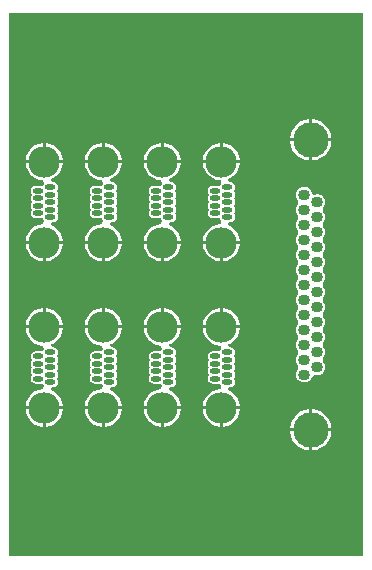
<source format=gtl>
G04*
G04 #@! TF.GenerationSoftware,Altium Limited,Altium Designer,25.8.1 (18)*
G04*
G04 Layer_Physical_Order=1*
G04 Layer_Color=255*
%FSLAX44Y44*%
%MOMM*%
G71*
G04*
G04 #@! TF.SameCoordinates,30BAD860-2875-4C8E-B863-204402DBD87A*
G04*
G04*
G04 #@! TF.FilePolarity,Positive*
G04*
G01*
G75*
%ADD18C,4.0000*%
%ADD19O,0.9000X0.4400*%
%ADD20C,2.6670*%
%ADD21O,1.0000X0.9000*%
%ADD22C,3.0000*%
%ADD23C,0.3000*%
G36*
X300000Y-80000D02*
X0D01*
Y380000D01*
X300000D01*
Y-80000D01*
D02*
G37*
%LPC*%
G36*
X257227Y290290D02*
X256770D01*
Y274020D01*
X273040D01*
Y274478D01*
X272366Y277866D01*
X271044Y281058D01*
X269124Y283931D01*
X266681Y286374D01*
X263808Y288294D01*
X260616Y289616D01*
X257227Y290290D01*
D02*
G37*
G36*
X254230D02*
X253773D01*
X250384Y289616D01*
X247192Y288294D01*
X244319Y286374D01*
X241876Y283931D01*
X239956Y281058D01*
X238634Y277866D01*
X237960Y274478D01*
Y274020D01*
X254230D01*
Y290290D01*
D02*
G37*
G36*
X181563Y270165D02*
X181270D01*
Y255560D01*
X195875D01*
Y255854D01*
X195265Y258921D01*
X194068Y261810D01*
X192331Y264410D01*
X190120Y266621D01*
X187520Y268358D01*
X184631Y269555D01*
X181563Y270165D01*
D02*
G37*
G36*
X131564D02*
X131270D01*
Y255560D01*
X145875D01*
Y255854D01*
X145265Y258921D01*
X144068Y261810D01*
X142331Y264410D01*
X140120Y266621D01*
X137520Y268358D01*
X134631Y269555D01*
X131564Y270165D01*
D02*
G37*
G36*
X81564D02*
X81270D01*
Y255560D01*
X95875D01*
Y255854D01*
X95265Y258921D01*
X94068Y261810D01*
X92331Y264410D01*
X90120Y266621D01*
X87520Y268358D01*
X84631Y269555D01*
X81564Y270165D01*
D02*
G37*
G36*
X31563D02*
X31270D01*
Y255560D01*
X45875D01*
Y255854D01*
X45265Y258921D01*
X44068Y261810D01*
X42331Y264410D01*
X40120Y266621D01*
X37520Y268358D01*
X34631Y269555D01*
X31563Y270165D01*
D02*
G37*
G36*
X78730D02*
X78436D01*
X75369Y269555D01*
X72480Y268358D01*
X69880Y266621D01*
X67669Y264410D01*
X65932Y261810D01*
X64735Y258921D01*
X64125Y255854D01*
Y255560D01*
X78730D01*
Y270165D01*
D02*
G37*
G36*
X28730D02*
X28436D01*
X25369Y269555D01*
X22480Y268358D01*
X19880Y266621D01*
X17669Y264410D01*
X15932Y261810D01*
X14735Y258921D01*
X14125Y255854D01*
Y255560D01*
X28730D01*
Y270165D01*
D02*
G37*
G36*
X128730D02*
X128436D01*
X125369Y269555D01*
X122480Y268358D01*
X119880Y266621D01*
X117669Y264410D01*
X115932Y261810D01*
X114735Y258921D01*
X114125Y255854D01*
Y255560D01*
X128730D01*
Y270165D01*
D02*
G37*
G36*
X178730D02*
X178436D01*
X175369Y269555D01*
X172480Y268358D01*
X169880Y266621D01*
X167669Y264410D01*
X165932Y261810D01*
X164735Y258921D01*
X164125Y255854D01*
Y255560D01*
X178730D01*
Y270165D01*
D02*
G37*
G36*
X273040Y271480D02*
X256770D01*
Y255210D01*
X257227D01*
X260616Y255884D01*
X263808Y257206D01*
X266681Y259126D01*
X269124Y261569D01*
X271044Y264442D01*
X272366Y267634D01*
X273040Y271022D01*
Y271480D01*
D02*
G37*
G36*
X254230D02*
X237960D01*
Y271022D01*
X238634Y267634D01*
X239956Y264442D01*
X241876Y261569D01*
X244319Y259126D01*
X247192Y257206D01*
X250384Y255884D01*
X253773Y255210D01*
X254230D01*
Y271480D01*
D02*
G37*
G36*
X195875Y253020D02*
X180000D01*
X164125D01*
Y252726D01*
X164735Y249659D01*
X165932Y246770D01*
X167669Y244170D01*
X169880Y241959D01*
X172480Y240222D01*
X175369Y239025D01*
X178436Y238415D01*
X179201D01*
X179972Y235875D01*
X179752Y235728D01*
X178824Y234339D01*
X178661Y233521D01*
X177220Y233807D01*
X172620D01*
X170981Y233481D01*
X169592Y232553D01*
X168664Y231164D01*
X168338Y229525D01*
X168664Y227886D01*
X169511Y226350D01*
X168664Y224814D01*
X168338Y223175D01*
X168664Y221536D01*
X169511Y220000D01*
X168664Y218464D01*
X168338Y216825D01*
X168664Y215186D01*
X169511Y213650D01*
X168664Y212114D01*
X168338Y210475D01*
X168664Y208836D01*
X169592Y207447D01*
X170981Y206519D01*
X172620Y206193D01*
X177220D01*
X178661Y206479D01*
X178824Y205661D01*
X179752Y204272D01*
X179972Y204125D01*
X179201Y201585D01*
X178436D01*
X175369Y200975D01*
X172480Y199778D01*
X169880Y198041D01*
X167669Y195830D01*
X165932Y193230D01*
X164735Y190341D01*
X164125Y187274D01*
Y186980D01*
X180000D01*
X195875D01*
Y187274D01*
X195265Y190341D01*
X194068Y193230D01*
X192331Y195830D01*
X190120Y198041D01*
X187520Y199778D01*
X185831Y200478D01*
X186336Y203018D01*
X187380D01*
X189019Y203344D01*
X190408Y204272D01*
X191336Y205661D01*
X191662Y207300D01*
X191336Y208939D01*
X190489Y210475D01*
X191336Y212011D01*
X191662Y213650D01*
X191336Y215289D01*
X190489Y216825D01*
X191336Y218361D01*
X191662Y220000D01*
X191336Y221639D01*
X190489Y223175D01*
X191336Y224711D01*
X191662Y226350D01*
X191336Y227989D01*
X190489Y229525D01*
X191336Y231061D01*
X191662Y232700D01*
X191336Y234339D01*
X190408Y235728D01*
X189019Y236656D01*
X187380Y236982D01*
X186336D01*
X185831Y239522D01*
X187520Y240222D01*
X190120Y241959D01*
X192331Y244170D01*
X194068Y246770D01*
X195265Y249659D01*
X195875Y252726D01*
Y253020D01*
D02*
G37*
G36*
X145875D02*
X130000D01*
X114125D01*
Y252726D01*
X114735Y249659D01*
X115932Y246770D01*
X117669Y244170D01*
X119880Y241959D01*
X122480Y240222D01*
X125369Y239025D01*
X128436Y238415D01*
X129201D01*
X129972Y235875D01*
X129752Y235728D01*
X128824Y234339D01*
X128661Y233521D01*
X127220Y233807D01*
X122620D01*
X120981Y233481D01*
X119592Y232553D01*
X118664Y231164D01*
X118338Y229525D01*
X118664Y227886D01*
X119511Y226350D01*
X118664Y224814D01*
X118338Y223175D01*
X118664Y221536D01*
X119511Y220000D01*
X118664Y218464D01*
X118338Y216825D01*
X118664Y215186D01*
X119511Y213650D01*
X118664Y212114D01*
X118338Y210475D01*
X118664Y208836D01*
X119592Y207447D01*
X120981Y206519D01*
X122620Y206193D01*
X127220D01*
X128661Y206479D01*
X128824Y205661D01*
X129752Y204272D01*
X129972Y204125D01*
X129201Y201585D01*
X128436D01*
X125369Y200975D01*
X122480Y199778D01*
X119880Y198041D01*
X117669Y195830D01*
X115932Y193230D01*
X114735Y190341D01*
X114125Y187274D01*
Y186980D01*
X130000D01*
X145875D01*
Y187274D01*
X145265Y190341D01*
X144068Y193230D01*
X142331Y195830D01*
X140120Y198041D01*
X137520Y199778D01*
X135831Y200478D01*
X136336Y203018D01*
X137380D01*
X139019Y203344D01*
X140408Y204272D01*
X141336Y205661D01*
X141662Y207300D01*
X141336Y208939D01*
X140489Y210475D01*
X141336Y212011D01*
X141662Y213650D01*
X141336Y215289D01*
X140489Y216825D01*
X141336Y218361D01*
X141662Y220000D01*
X141336Y221639D01*
X140489Y223175D01*
X141336Y224711D01*
X141662Y226350D01*
X141336Y227989D01*
X140489Y229525D01*
X141336Y231061D01*
X141662Y232700D01*
X141336Y234339D01*
X140408Y235728D01*
X139019Y236656D01*
X137380Y236982D01*
X136336D01*
X135831Y239522D01*
X137520Y240222D01*
X140120Y241959D01*
X142331Y244170D01*
X144068Y246770D01*
X145265Y249659D01*
X145875Y252726D01*
Y253020D01*
D02*
G37*
G36*
X95875D02*
X80000D01*
X64125D01*
Y252726D01*
X64735Y249659D01*
X65932Y246770D01*
X67669Y244170D01*
X69880Y241959D01*
X72480Y240222D01*
X75369Y239025D01*
X78436Y238415D01*
X79201D01*
X79972Y235875D01*
X79752Y235728D01*
X78824Y234339D01*
X78661Y233521D01*
X77220Y233807D01*
X72620D01*
X70981Y233481D01*
X69592Y232553D01*
X68664Y231164D01*
X68338Y229525D01*
X68664Y227886D01*
X69511Y226350D01*
X68664Y224814D01*
X68338Y223175D01*
X68664Y221536D01*
X69511Y220000D01*
X68664Y218464D01*
X68338Y216825D01*
X68664Y215186D01*
X69511Y213650D01*
X68664Y212114D01*
X68338Y210475D01*
X68664Y208836D01*
X69592Y207447D01*
X70981Y206519D01*
X72620Y206193D01*
X77220D01*
X78661Y206479D01*
X78824Y205661D01*
X79752Y204272D01*
X79972Y204125D01*
X79201Y201585D01*
X78436D01*
X75369Y200975D01*
X72480Y199778D01*
X69880Y198041D01*
X67669Y195830D01*
X65932Y193230D01*
X64735Y190341D01*
X64125Y187274D01*
Y186980D01*
X80000D01*
X95875D01*
Y187274D01*
X95265Y190341D01*
X94068Y193230D01*
X92331Y195830D01*
X90120Y198041D01*
X87520Y199778D01*
X85831Y200478D01*
X86336Y203018D01*
X87380D01*
X89019Y203344D01*
X90408Y204272D01*
X91336Y205661D01*
X91662Y207300D01*
X91336Y208939D01*
X90489Y210475D01*
X91336Y212011D01*
X91662Y213650D01*
X91336Y215289D01*
X90489Y216825D01*
X91336Y218361D01*
X91662Y220000D01*
X91336Y221639D01*
X90489Y223175D01*
X91336Y224711D01*
X91662Y226350D01*
X91336Y227989D01*
X90489Y229525D01*
X91336Y231061D01*
X91662Y232700D01*
X91336Y234339D01*
X90408Y235728D01*
X89019Y236656D01*
X87380Y236982D01*
X86336D01*
X85831Y239522D01*
X87520Y240222D01*
X90120Y241959D01*
X92331Y244170D01*
X94068Y246770D01*
X95265Y249659D01*
X95875Y252726D01*
Y253020D01*
D02*
G37*
G36*
X45875D02*
X30000D01*
X14125D01*
Y252726D01*
X14735Y249659D01*
X15932Y246770D01*
X17669Y244170D01*
X19880Y241959D01*
X22480Y240222D01*
X25369Y239025D01*
X28436Y238415D01*
X29201D01*
X29972Y235875D01*
X29752Y235728D01*
X28824Y234339D01*
X28661Y233521D01*
X27220Y233807D01*
X22620D01*
X20981Y233481D01*
X19592Y232553D01*
X18664Y231164D01*
X18338Y229525D01*
X18664Y227886D01*
X19511Y226350D01*
X18664Y224814D01*
X18338Y223175D01*
X18664Y221536D01*
X19511Y220000D01*
X18664Y218464D01*
X18338Y216825D01*
X18664Y215186D01*
X19511Y213650D01*
X18664Y212114D01*
X18338Y210475D01*
X18664Y208836D01*
X19592Y207447D01*
X20981Y206519D01*
X22620Y206193D01*
X27220D01*
X28661Y206479D01*
X28824Y205661D01*
X29752Y204272D01*
X29972Y204125D01*
X29201Y201585D01*
X28436D01*
X25369Y200975D01*
X22480Y199778D01*
X19880Y198041D01*
X17669Y195830D01*
X15932Y193230D01*
X14735Y190341D01*
X14125Y187274D01*
Y186980D01*
X30000D01*
X45875D01*
Y187274D01*
X45265Y190341D01*
X44068Y193230D01*
X42331Y195830D01*
X40120Y198041D01*
X37520Y199778D01*
X35831Y200478D01*
X36336Y203018D01*
X37380D01*
X39019Y203344D01*
X40408Y204272D01*
X41336Y205661D01*
X41662Y207300D01*
X41336Y208939D01*
X40489Y210475D01*
X41336Y212011D01*
X41662Y213650D01*
X41336Y215289D01*
X40489Y216825D01*
X41336Y218361D01*
X41662Y220000D01*
X41336Y221639D01*
X40489Y223175D01*
X41336Y224711D01*
X41662Y226350D01*
X41336Y227989D01*
X40489Y229525D01*
X41336Y231061D01*
X41662Y232700D01*
X41336Y234339D01*
X40408Y235728D01*
X39019Y236656D01*
X37380Y236982D01*
X36336D01*
X35831Y239522D01*
X37520Y240222D01*
X40120Y241959D01*
X42331Y244170D01*
X44068Y246770D01*
X45265Y249659D01*
X45875Y252726D01*
Y253020D01*
D02*
G37*
G36*
X195875Y184440D02*
X181270D01*
Y169835D01*
X181563D01*
X184631Y170445D01*
X187520Y171642D01*
X190120Y173379D01*
X192331Y175590D01*
X194068Y178190D01*
X195265Y181079D01*
X195875Y184146D01*
Y184440D01*
D02*
G37*
G36*
X178730D02*
X164125D01*
Y184146D01*
X164735Y181079D01*
X165932Y178190D01*
X167669Y175590D01*
X169880Y173379D01*
X172480Y171642D01*
X175369Y170445D01*
X178436Y169835D01*
X178730D01*
Y184440D01*
D02*
G37*
G36*
X145875D02*
X131270D01*
Y169835D01*
X131564D01*
X134631Y170445D01*
X137520Y171642D01*
X140120Y173379D01*
X142331Y175590D01*
X144068Y178190D01*
X145265Y181079D01*
X145875Y184146D01*
Y184440D01*
D02*
G37*
G36*
X128730D02*
X114125D01*
Y184146D01*
X114735Y181079D01*
X115932Y178190D01*
X117669Y175590D01*
X119880Y173379D01*
X122480Y171642D01*
X125369Y170445D01*
X128436Y169835D01*
X128730D01*
Y184440D01*
D02*
G37*
G36*
X95875D02*
X81270D01*
Y169835D01*
X81564D01*
X84631Y170445D01*
X87520Y171642D01*
X90120Y173379D01*
X92331Y175590D01*
X94068Y178190D01*
X95265Y181079D01*
X95875Y184146D01*
Y184440D01*
D02*
G37*
G36*
X78730D02*
X64125D01*
Y184146D01*
X64735Y181079D01*
X65932Y178190D01*
X67669Y175590D01*
X69880Y173379D01*
X72480Y171642D01*
X75369Y170445D01*
X78436Y169835D01*
X78730D01*
Y184440D01*
D02*
G37*
G36*
X45875D02*
X31270D01*
Y169835D01*
X31563D01*
X34631Y170445D01*
X37520Y171642D01*
X40120Y173379D01*
X42331Y175590D01*
X44068Y178190D01*
X45265Y181079D01*
X45875Y184146D01*
Y184440D01*
D02*
G37*
G36*
X28730D02*
X14125D01*
Y184146D01*
X14735Y181079D01*
X15932Y178190D01*
X17669Y175590D01*
X19880Y173379D01*
X22480Y171642D01*
X25369Y170445D01*
X28436Y169835D01*
X28730D01*
Y184440D01*
D02*
G37*
G36*
X181563Y130165D02*
X181270D01*
Y115560D01*
X195875D01*
Y115854D01*
X195265Y118921D01*
X194068Y121810D01*
X192331Y124410D01*
X190120Y126621D01*
X187520Y128358D01*
X184631Y129555D01*
X181563Y130165D01*
D02*
G37*
G36*
X131564D02*
X131270D01*
Y115560D01*
X145875D01*
Y115854D01*
X145265Y118921D01*
X144068Y121810D01*
X142331Y124410D01*
X140120Y126621D01*
X137520Y128358D01*
X134631Y129555D01*
X131564Y130165D01*
D02*
G37*
G36*
X81564D02*
X81270D01*
Y115560D01*
X95875D01*
Y115854D01*
X95265Y118921D01*
X94068Y121810D01*
X92331Y124410D01*
X90120Y126621D01*
X87520Y128358D01*
X84631Y129555D01*
X81564Y130165D01*
D02*
G37*
G36*
X31563D02*
X31270D01*
Y115560D01*
X45875D01*
Y115854D01*
X45265Y118921D01*
X44068Y121810D01*
X42331Y124410D01*
X40120Y126621D01*
X37520Y128358D01*
X34631Y129555D01*
X31563Y130165D01*
D02*
G37*
G36*
X28730D02*
X28436D01*
X25369Y129555D01*
X22480Y128358D01*
X19880Y126621D01*
X17669Y124410D01*
X15932Y121810D01*
X14735Y118921D01*
X14125Y115854D01*
Y115560D01*
X28730D01*
Y130165D01*
D02*
G37*
G36*
X78730D02*
X78436D01*
X75369Y129555D01*
X72480Y128358D01*
X69880Y126621D01*
X67669Y124410D01*
X65932Y121810D01*
X64735Y118921D01*
X64125Y115854D01*
Y115560D01*
X78730D01*
Y130165D01*
D02*
G37*
G36*
X128730D02*
X128436D01*
X125369Y129555D01*
X122480Y128358D01*
X119880Y126621D01*
X117669Y124410D01*
X115932Y121810D01*
X114735Y118921D01*
X114125Y115854D01*
Y115560D01*
X128730D01*
Y130165D01*
D02*
G37*
G36*
X178730D02*
X178436D01*
X175369Y129555D01*
X172480Y128358D01*
X169880Y126621D01*
X167669Y124410D01*
X165932Y121810D01*
X164735Y118921D01*
X164125Y115854D01*
Y115560D01*
X178730D01*
Y130165D01*
D02*
G37*
G36*
X195875Y113020D02*
X180000D01*
X164125D01*
Y112726D01*
X164735Y109659D01*
X165932Y106770D01*
X167669Y104170D01*
X169880Y101959D01*
X172480Y100222D01*
X175369Y99025D01*
X178436Y98415D01*
X179201D01*
X179972Y95875D01*
X179752Y95728D01*
X178824Y94339D01*
X178661Y93521D01*
X177220Y93807D01*
X172620D01*
X170981Y93481D01*
X169592Y92553D01*
X168664Y91164D01*
X168338Y89525D01*
X168664Y87886D01*
X169511Y86350D01*
X168664Y84814D01*
X168338Y83175D01*
X168664Y81536D01*
X169511Y80000D01*
X168664Y78464D01*
X168338Y76825D01*
X168664Y75186D01*
X169511Y73650D01*
X168664Y72114D01*
X168338Y70475D01*
X168664Y68836D01*
X169592Y67447D01*
X170981Y66519D01*
X172620Y66193D01*
X177220D01*
X178661Y66479D01*
X178824Y65661D01*
X179752Y64272D01*
X179972Y64125D01*
X179201Y61585D01*
X178436D01*
X175369Y60975D01*
X172480Y59778D01*
X169880Y58041D01*
X167669Y55830D01*
X165932Y53230D01*
X164735Y50341D01*
X164125Y47274D01*
Y46980D01*
X180000D01*
X195875D01*
Y47274D01*
X195265Y50341D01*
X194068Y53230D01*
X192331Y55830D01*
X190120Y58041D01*
X187520Y59778D01*
X185831Y60478D01*
X186336Y63018D01*
X187380D01*
X189019Y63344D01*
X190408Y64272D01*
X191336Y65661D01*
X191662Y67300D01*
X191336Y68939D01*
X190489Y70475D01*
X191336Y72011D01*
X191662Y73650D01*
X191336Y75289D01*
X190489Y76825D01*
X191336Y78361D01*
X191662Y80000D01*
X191336Y81639D01*
X190489Y83175D01*
X191336Y84711D01*
X191662Y86350D01*
X191336Y87989D01*
X190489Y89525D01*
X191336Y91061D01*
X191662Y92700D01*
X191336Y94339D01*
X190408Y95728D01*
X189019Y96656D01*
X187380Y96982D01*
X186336D01*
X185831Y99522D01*
X187520Y100222D01*
X190120Y101959D01*
X192331Y104170D01*
X194068Y106770D01*
X195265Y109659D01*
X195875Y112726D01*
Y113020D01*
D02*
G37*
G36*
X145875D02*
X130000D01*
X114125D01*
Y112726D01*
X114735Y109659D01*
X115932Y106770D01*
X117669Y104170D01*
X119880Y101959D01*
X122480Y100222D01*
X125369Y99025D01*
X128436Y98415D01*
X129201D01*
X129972Y95875D01*
X129752Y95728D01*
X128824Y94339D01*
X128661Y93521D01*
X127220Y93807D01*
X122620D01*
X120981Y93481D01*
X119592Y92553D01*
X118664Y91164D01*
X118338Y89525D01*
X118664Y87886D01*
X119511Y86350D01*
X118664Y84814D01*
X118338Y83175D01*
X118664Y81536D01*
X119511Y80000D01*
X118664Y78464D01*
X118338Y76825D01*
X118664Y75186D01*
X119511Y73650D01*
X118664Y72114D01*
X118338Y70475D01*
X118664Y68836D01*
X119592Y67447D01*
X120981Y66519D01*
X122620Y66193D01*
X127220D01*
X128661Y66479D01*
X128824Y65661D01*
X129752Y64272D01*
X129972Y64125D01*
X129201Y61585D01*
X128436D01*
X125369Y60975D01*
X122480Y59778D01*
X119880Y58041D01*
X117669Y55830D01*
X115932Y53230D01*
X114735Y50341D01*
X114125Y47274D01*
Y46980D01*
X130000D01*
X145875D01*
Y47274D01*
X145265Y50341D01*
X144068Y53230D01*
X142331Y55830D01*
X140120Y58041D01*
X137520Y59778D01*
X135831Y60478D01*
X136336Y63018D01*
X137380D01*
X139019Y63344D01*
X140408Y64272D01*
X141336Y65661D01*
X141662Y67300D01*
X141336Y68939D01*
X140489Y70475D01*
X141336Y72011D01*
X141662Y73650D01*
X141336Y75289D01*
X140489Y76825D01*
X141336Y78361D01*
X141662Y80000D01*
X141336Y81639D01*
X140489Y83175D01*
X141336Y84711D01*
X141662Y86350D01*
X141336Y87989D01*
X140489Y89525D01*
X141336Y91061D01*
X141662Y92700D01*
X141336Y94339D01*
X140408Y95728D01*
X139019Y96656D01*
X137380Y96982D01*
X136336D01*
X135831Y99522D01*
X137520Y100222D01*
X140120Y101959D01*
X142331Y104170D01*
X144068Y106770D01*
X145265Y109659D01*
X145875Y112726D01*
Y113020D01*
D02*
G37*
G36*
X95875D02*
X80000D01*
X64125D01*
Y112726D01*
X64735Y109659D01*
X65932Y106770D01*
X67669Y104170D01*
X69880Y101959D01*
X72480Y100222D01*
X75369Y99025D01*
X78436Y98415D01*
X79201D01*
X79972Y95875D01*
X79752Y95728D01*
X78824Y94339D01*
X78661Y93521D01*
X77220Y93807D01*
X72620D01*
X70981Y93481D01*
X69592Y92553D01*
X68664Y91164D01*
X68338Y89525D01*
X68664Y87886D01*
X69511Y86350D01*
X68664Y84814D01*
X68338Y83175D01*
X68664Y81536D01*
X69511Y80000D01*
X68664Y78464D01*
X68338Y76825D01*
X68664Y75186D01*
X69511Y73650D01*
X68664Y72114D01*
X68338Y70475D01*
X68664Y68836D01*
X69592Y67447D01*
X70981Y66519D01*
X72620Y66193D01*
X77220D01*
X78661Y66479D01*
X78824Y65661D01*
X79752Y64272D01*
X79972Y64125D01*
X79201Y61585D01*
X78436D01*
X75369Y60975D01*
X72480Y59778D01*
X69880Y58041D01*
X67669Y55830D01*
X65932Y53230D01*
X64735Y50341D01*
X64125Y47274D01*
Y46980D01*
X80000D01*
X95875D01*
Y47274D01*
X95265Y50341D01*
X94068Y53230D01*
X92331Y55830D01*
X90120Y58041D01*
X87520Y59778D01*
X85831Y60478D01*
X86336Y63018D01*
X87380D01*
X89019Y63344D01*
X90408Y64272D01*
X91336Y65661D01*
X91662Y67300D01*
X91336Y68939D01*
X90489Y70475D01*
X91336Y72011D01*
X91662Y73650D01*
X91336Y75289D01*
X90489Y76825D01*
X91336Y78361D01*
X91662Y80000D01*
X91336Y81639D01*
X90489Y83175D01*
X91336Y84711D01*
X91662Y86350D01*
X91336Y87989D01*
X90489Y89525D01*
X91336Y91061D01*
X91662Y92700D01*
X91336Y94339D01*
X90408Y95728D01*
X89019Y96656D01*
X87380Y96982D01*
X86336D01*
X85831Y99522D01*
X87520Y100222D01*
X90120Y101959D01*
X92331Y104170D01*
X94068Y106770D01*
X95265Y109659D01*
X95875Y112726D01*
Y113020D01*
D02*
G37*
G36*
X45875D02*
X30000D01*
X14125D01*
Y112726D01*
X14735Y109659D01*
X15932Y106770D01*
X17669Y104170D01*
X19880Y101959D01*
X22480Y100222D01*
X25369Y99025D01*
X28436Y98415D01*
X29201D01*
X29972Y95875D01*
X29752Y95728D01*
X28824Y94339D01*
X28661Y93521D01*
X27220Y93807D01*
X22620D01*
X20981Y93481D01*
X19592Y92553D01*
X18664Y91164D01*
X18338Y89525D01*
X18664Y87886D01*
X19511Y86350D01*
X18664Y84814D01*
X18338Y83175D01*
X18664Y81536D01*
X19511Y80000D01*
X18664Y78464D01*
X18338Y76825D01*
X18664Y75186D01*
X19511Y73650D01*
X18664Y72114D01*
X18338Y70475D01*
X18664Y68836D01*
X19592Y67447D01*
X20981Y66519D01*
X22620Y66193D01*
X27220D01*
X28661Y66479D01*
X28824Y65661D01*
X29752Y64272D01*
X29972Y64125D01*
X29201Y61585D01*
X28436D01*
X25369Y60975D01*
X22480Y59778D01*
X19880Y58041D01*
X17669Y55830D01*
X15932Y53230D01*
X14735Y50341D01*
X14125Y47274D01*
Y46980D01*
X30000D01*
X45875D01*
Y47274D01*
X45265Y50341D01*
X44068Y53230D01*
X42331Y55830D01*
X40120Y58041D01*
X37520Y59778D01*
X35831Y60478D01*
X36336Y63018D01*
X37380D01*
X39019Y63344D01*
X40408Y64272D01*
X41336Y65661D01*
X41662Y67300D01*
X41336Y68939D01*
X40489Y70475D01*
X41336Y72011D01*
X41662Y73650D01*
X41336Y75289D01*
X40489Y76825D01*
X41336Y78361D01*
X41662Y80000D01*
X41336Y81639D01*
X40489Y83175D01*
X41336Y84711D01*
X41662Y86350D01*
X41336Y87989D01*
X40489Y89525D01*
X41336Y91061D01*
X41662Y92700D01*
X41336Y94339D01*
X40408Y95728D01*
X39019Y96656D01*
X37380Y96982D01*
X36336D01*
X35831Y99522D01*
X37520Y100222D01*
X40120Y101959D01*
X42331Y104170D01*
X44068Y106770D01*
X45265Y109659D01*
X45875Y112726D01*
Y113020D01*
D02*
G37*
G36*
X250500Y232756D02*
X249500D01*
X247803Y232533D01*
X246222Y231878D01*
X244864Y230836D01*
X243822Y229478D01*
X243167Y227897D01*
X242944Y226200D01*
X243167Y224503D01*
X243822Y222922D01*
X244864Y221564D01*
X245105Y221379D01*
X245174Y221243D01*
Y218457D01*
X245105Y218321D01*
X244864Y218136D01*
X243822Y216778D01*
X243167Y215197D01*
X242944Y213500D01*
X243167Y211803D01*
X243822Y210222D01*
X244864Y208864D01*
X245105Y208679D01*
X245174Y208543D01*
Y205757D01*
X245105Y205621D01*
X244864Y205436D01*
X243822Y204078D01*
X243167Y202497D01*
X242944Y200800D01*
X243167Y199103D01*
X243822Y197522D01*
X244864Y196164D01*
X245105Y195979D01*
X245174Y195843D01*
Y193057D01*
X245105Y192921D01*
X244864Y192736D01*
X243822Y191378D01*
X243167Y189797D01*
X242944Y188100D01*
X243167Y186403D01*
X243822Y184822D01*
X244864Y183464D01*
X245105Y183279D01*
X245174Y183143D01*
Y180357D01*
X245105Y180221D01*
X244864Y180036D01*
X243822Y178678D01*
X243167Y177097D01*
X242944Y175400D01*
X243167Y173703D01*
X243822Y172122D01*
X244864Y170764D01*
X245105Y170579D01*
X245174Y170443D01*
Y167657D01*
X245105Y167521D01*
X244864Y167336D01*
X243822Y165978D01*
X243167Y164397D01*
X242944Y162700D01*
X243167Y161003D01*
X243822Y159422D01*
X244864Y158064D01*
X245105Y157879D01*
X245174Y157743D01*
Y154957D01*
X245105Y154821D01*
X244864Y154636D01*
X243822Y153278D01*
X243167Y151697D01*
X242944Y150000D01*
X243167Y148303D01*
X243822Y146722D01*
X244864Y145364D01*
X245105Y145179D01*
X245174Y145043D01*
Y142257D01*
X245105Y142121D01*
X244864Y141936D01*
X243822Y140578D01*
X243167Y138997D01*
X242944Y137300D01*
X243167Y135603D01*
X243822Y134022D01*
X244864Y132664D01*
X245105Y132479D01*
X245174Y132343D01*
Y129557D01*
X245105Y129421D01*
X244864Y129236D01*
X243822Y127878D01*
X243167Y126297D01*
X242944Y124600D01*
X243167Y122903D01*
X243822Y121322D01*
X244864Y119964D01*
X245105Y119779D01*
X245174Y119643D01*
Y116857D01*
X245105Y116721D01*
X244864Y116536D01*
X243822Y115178D01*
X243167Y113597D01*
X242944Y111900D01*
X243167Y110203D01*
X243822Y108622D01*
X244864Y107264D01*
X245105Y107079D01*
X245174Y106943D01*
Y104157D01*
X245105Y104021D01*
X244864Y103836D01*
X243822Y102478D01*
X243167Y100897D01*
X242944Y99200D01*
X243167Y97503D01*
X243822Y95922D01*
X244864Y94564D01*
X245105Y94379D01*
X245174Y94243D01*
Y91457D01*
X245105Y91321D01*
X244864Y91136D01*
X243822Y89778D01*
X243167Y88197D01*
X242944Y86500D01*
X243167Y84803D01*
X243822Y83222D01*
X244864Y81864D01*
X245105Y81679D01*
X245174Y81543D01*
Y78757D01*
X245105Y78621D01*
X244864Y78436D01*
X243822Y77078D01*
X243167Y75497D01*
X242944Y73800D01*
X243167Y72103D01*
X243822Y70522D01*
X244864Y69164D01*
X246222Y68122D01*
X247803Y67467D01*
X249500Y67244D01*
X250500D01*
X252197Y67467D01*
X253778Y68122D01*
X255136Y69164D01*
X256178Y70522D01*
X256833Y72103D01*
X258743Y73717D01*
X259454Y73682D01*
X260500Y73544D01*
X261500D01*
X263197Y73767D01*
X264778Y74422D01*
X266136Y75464D01*
X267178Y76822D01*
X267833Y78403D01*
X268056Y80100D01*
X267833Y81797D01*
X267178Y83378D01*
X266136Y84736D01*
X265895Y84921D01*
X265826Y85057D01*
Y87843D01*
X265895Y87979D01*
X266136Y88164D01*
X267178Y89522D01*
X267833Y91103D01*
X268056Y92800D01*
X267833Y94497D01*
X267178Y96078D01*
X266136Y97436D01*
X265895Y97621D01*
X265826Y97757D01*
Y100543D01*
X265895Y100679D01*
X266136Y100864D01*
X267178Y102222D01*
X267833Y103803D01*
X268056Y105500D01*
X267833Y107197D01*
X267178Y108778D01*
X266136Y110136D01*
X265895Y110321D01*
X265826Y110457D01*
Y113243D01*
X265895Y113379D01*
X266136Y113564D01*
X267178Y114922D01*
X267833Y116503D01*
X268056Y118200D01*
X267833Y119897D01*
X267178Y121478D01*
X266136Y122836D01*
X265895Y123021D01*
X265826Y123157D01*
Y125943D01*
X265895Y126079D01*
X266136Y126264D01*
X267178Y127622D01*
X267833Y129203D01*
X268056Y130900D01*
X267833Y132597D01*
X267178Y134178D01*
X266136Y135536D01*
X265895Y135721D01*
X265826Y135857D01*
Y138643D01*
X265895Y138779D01*
X266136Y138964D01*
X267178Y140322D01*
X267833Y141903D01*
X268056Y143600D01*
X267833Y145297D01*
X267178Y146878D01*
X266136Y148236D01*
X265838Y148464D01*
X265729Y148696D01*
Y151304D01*
X265838Y151536D01*
X266136Y151764D01*
X267178Y153122D01*
X267833Y154703D01*
X268056Y156400D01*
X267833Y158097D01*
X267178Y159678D01*
X266136Y161036D01*
X265895Y161221D01*
X265826Y161357D01*
Y164143D01*
X265895Y164279D01*
X266136Y164464D01*
X267178Y165822D01*
X267833Y167403D01*
X268056Y169100D01*
X267833Y170797D01*
X267178Y172378D01*
X266136Y173736D01*
X265895Y173921D01*
X265826Y174057D01*
Y176843D01*
X265895Y176979D01*
X266136Y177164D01*
X267178Y178522D01*
X267833Y180103D01*
X268056Y181800D01*
X267833Y183497D01*
X267178Y185078D01*
X266136Y186436D01*
X265895Y186621D01*
X265826Y186757D01*
Y189543D01*
X265895Y189679D01*
X266136Y189864D01*
X267178Y191222D01*
X267833Y192803D01*
X268056Y194500D01*
X267833Y196197D01*
X267178Y197778D01*
X266136Y199136D01*
X265895Y199321D01*
X265826Y199457D01*
Y202243D01*
X265895Y202379D01*
X266136Y202564D01*
X267178Y203922D01*
X267833Y205503D01*
X268056Y207200D01*
X267833Y208897D01*
X267178Y210478D01*
X266136Y211836D01*
X265895Y212021D01*
X265826Y212157D01*
Y214943D01*
X265895Y215079D01*
X266136Y215264D01*
X267178Y216622D01*
X267833Y218203D01*
X268056Y219900D01*
X267833Y221597D01*
X267178Y223178D01*
X266136Y224536D01*
X264778Y225578D01*
X263197Y226233D01*
X261500Y226456D01*
X260500D01*
X259454Y226318D01*
X258743Y226283D01*
X256833Y227897D01*
X256178Y229478D01*
X255136Y230836D01*
X253778Y231878D01*
X252197Y232533D01*
X250500Y232756D01*
D02*
G37*
G36*
X195875Y44440D02*
X181270D01*
Y29835D01*
X181563D01*
X184631Y30445D01*
X187520Y31642D01*
X190120Y33379D01*
X192331Y35590D01*
X194068Y38190D01*
X195265Y41079D01*
X195875Y44146D01*
Y44440D01*
D02*
G37*
G36*
X178730D02*
X164125D01*
Y44146D01*
X164735Y41079D01*
X165932Y38190D01*
X167669Y35590D01*
X169880Y33379D01*
X172480Y31642D01*
X175369Y30445D01*
X178436Y29835D01*
X178730D01*
Y44440D01*
D02*
G37*
G36*
X145875D02*
X131270D01*
Y29835D01*
X131564D01*
X134631Y30445D01*
X137520Y31642D01*
X140120Y33379D01*
X142331Y35590D01*
X144068Y38190D01*
X145265Y41079D01*
X145875Y44146D01*
Y44440D01*
D02*
G37*
G36*
X128730D02*
X114125D01*
Y44146D01*
X114735Y41079D01*
X115932Y38190D01*
X117669Y35590D01*
X119880Y33379D01*
X122480Y31642D01*
X125369Y30445D01*
X128436Y29835D01*
X128730D01*
Y44440D01*
D02*
G37*
G36*
X95875D02*
X81270D01*
Y29835D01*
X81564D01*
X84631Y30445D01*
X87520Y31642D01*
X90120Y33379D01*
X92331Y35590D01*
X94068Y38190D01*
X95265Y41079D01*
X95875Y44146D01*
Y44440D01*
D02*
G37*
G36*
X78730D02*
X64125D01*
Y44146D01*
X64735Y41079D01*
X65932Y38190D01*
X67669Y35590D01*
X69880Y33379D01*
X72480Y31642D01*
X75369Y30445D01*
X78436Y29835D01*
X78730D01*
Y44440D01*
D02*
G37*
G36*
X45875D02*
X31270D01*
Y29835D01*
X31563D01*
X34631Y30445D01*
X37520Y31642D01*
X40120Y33379D01*
X42331Y35590D01*
X44068Y38190D01*
X45265Y41079D01*
X45875Y44146D01*
Y44440D01*
D02*
G37*
G36*
X28730D02*
X14125D01*
Y44146D01*
X14735Y41079D01*
X15932Y38190D01*
X17669Y35590D01*
X19880Y33379D01*
X22480Y31642D01*
X25369Y30445D01*
X28436Y29835D01*
X28730D01*
Y44440D01*
D02*
G37*
G36*
X257227Y44790D02*
X256770D01*
Y28520D01*
X273040D01*
Y28977D01*
X272366Y32366D01*
X271044Y35558D01*
X269124Y38431D01*
X266681Y40874D01*
X263808Y42794D01*
X260616Y44116D01*
X257227Y44790D01*
D02*
G37*
G36*
X254230D02*
X253773D01*
X250384Y44116D01*
X247192Y42794D01*
X244319Y40874D01*
X241876Y38431D01*
X239956Y35558D01*
X238634Y32366D01*
X237960Y28977D01*
Y28520D01*
X254230D01*
Y44790D01*
D02*
G37*
G36*
X273040Y25980D02*
X256770D01*
Y9710D01*
X257227D01*
X260616Y10384D01*
X263808Y11706D01*
X266681Y13626D01*
X269124Y16069D01*
X271044Y18942D01*
X272366Y22134D01*
X273040Y25522D01*
Y25980D01*
D02*
G37*
G36*
X254230D02*
X237960D01*
Y25522D01*
X238634Y22134D01*
X239956Y18942D01*
X241876Y16069D01*
X244319Y13626D01*
X247192Y11706D01*
X250384Y10384D01*
X253773Y9710D01*
X254230D01*
Y25980D01*
D02*
G37*
%LPD*%
D18*
X260000Y350000D02*
D03*
X40000D02*
D03*
X260000Y-50000D02*
D03*
X40000D02*
D03*
D19*
X74920Y89525D02*
D03*
Y70475D02*
D03*
Y76825D02*
D03*
Y83175D02*
D03*
X85080Y67300D02*
D03*
Y73650D02*
D03*
Y92700D02*
D03*
Y86350D02*
D03*
Y80000D02*
D03*
X74920Y229525D02*
D03*
Y210475D02*
D03*
Y216825D02*
D03*
Y223175D02*
D03*
X85080Y207300D02*
D03*
Y213650D02*
D03*
Y232700D02*
D03*
Y226350D02*
D03*
Y220000D02*
D03*
X24920Y89525D02*
D03*
Y70475D02*
D03*
Y76825D02*
D03*
Y83175D02*
D03*
X35080Y67300D02*
D03*
Y73650D02*
D03*
Y92700D02*
D03*
Y86350D02*
D03*
Y80000D02*
D03*
X174920Y89525D02*
D03*
Y70475D02*
D03*
Y76825D02*
D03*
Y83175D02*
D03*
X185080Y67300D02*
D03*
Y73650D02*
D03*
Y92700D02*
D03*
Y86350D02*
D03*
Y80000D02*
D03*
X124920Y229525D02*
D03*
Y210475D02*
D03*
Y216825D02*
D03*
Y223175D02*
D03*
X135080Y207300D02*
D03*
Y213650D02*
D03*
Y232700D02*
D03*
Y226350D02*
D03*
Y220000D02*
D03*
X24920Y229525D02*
D03*
Y210475D02*
D03*
Y216825D02*
D03*
Y223175D02*
D03*
X35080Y207300D02*
D03*
Y213650D02*
D03*
Y232700D02*
D03*
Y226350D02*
D03*
Y220000D02*
D03*
X174920Y229525D02*
D03*
Y210475D02*
D03*
Y216825D02*
D03*
Y223175D02*
D03*
X185080Y207300D02*
D03*
Y213650D02*
D03*
Y232700D02*
D03*
Y226350D02*
D03*
Y220000D02*
D03*
X124920Y89525D02*
D03*
Y70475D02*
D03*
Y76825D02*
D03*
Y83175D02*
D03*
X135080Y67300D02*
D03*
Y73650D02*
D03*
Y92700D02*
D03*
Y86350D02*
D03*
Y80000D02*
D03*
D20*
X80000Y114290D02*
D03*
Y45710D02*
D03*
Y254290D02*
D03*
Y185710D02*
D03*
X180000Y254290D02*
D03*
Y185710D02*
D03*
X30000Y254290D02*
D03*
Y185710D02*
D03*
X130000Y254290D02*
D03*
Y185710D02*
D03*
X30000Y114290D02*
D03*
Y45710D02*
D03*
X130000Y114290D02*
D03*
Y45710D02*
D03*
X180000Y114290D02*
D03*
Y45710D02*
D03*
D21*
X261000Y143600D02*
D03*
Y118200D02*
D03*
Y130900D02*
D03*
Y207200D02*
D03*
Y219900D02*
D03*
Y194500D02*
D03*
Y105500D02*
D03*
Y80100D02*
D03*
Y92800D02*
D03*
Y181800D02*
D03*
Y169100D02*
D03*
Y156400D02*
D03*
X250000Y73800D02*
D03*
Y86500D02*
D03*
Y99200D02*
D03*
Y111900D02*
D03*
Y124600D02*
D03*
Y137300D02*
D03*
Y150000D02*
D03*
Y162700D02*
D03*
Y175400D02*
D03*
Y188100D02*
D03*
Y200800D02*
D03*
Y213500D02*
D03*
Y226200D02*
D03*
D22*
X255500Y272750D02*
D03*
Y27250D02*
D03*
D23*
X290000Y360000D02*
D03*
Y320000D02*
D03*
X280000Y300000D02*
D03*
X290000Y280000D02*
D03*
X280000Y260000D02*
D03*
X290000Y160000D02*
D03*
Y40000D02*
D03*
X280000Y20000D02*
D03*
X290000Y0D02*
D03*
X280000Y-20000D02*
D03*
X290000Y-40000D02*
D03*
X270000Y320000D02*
D03*
X260000Y300000D02*
D03*
X270000Y200000D02*
D03*
Y40000D02*
D03*
Y0D02*
D03*
X260000Y-20000D02*
D03*
X250000Y320000D02*
D03*
X240000Y300000D02*
D03*
Y220000D02*
D03*
Y100000D02*
D03*
X250000Y0D02*
D03*
X240000Y-20000D02*
D03*
X230000Y360000D02*
D03*
X220000Y340000D02*
D03*
X230000Y320000D02*
D03*
X220000Y300000D02*
D03*
X230000Y280000D02*
D03*
Y240000D02*
D03*
X220000Y100000D02*
D03*
Y60000D02*
D03*
X230000Y0D02*
D03*
X220000Y-20000D02*
D03*
X230000Y-40000D02*
D03*
X220000Y-60000D02*
D03*
X210000Y360000D02*
D03*
X200000Y340000D02*
D03*
X210000Y320000D02*
D03*
X200000Y300000D02*
D03*
Y260000D02*
D03*
X210000Y240000D02*
D03*
Y200000D02*
D03*
X200000Y180000D02*
D03*
Y100000D02*
D03*
Y60000D02*
D03*
X210000Y40000D02*
D03*
Y0D02*
D03*
X200000Y-20000D02*
D03*
X210000Y-40000D02*
D03*
X200000Y-60000D02*
D03*
X190000Y360000D02*
D03*
X180000Y340000D02*
D03*
X190000Y320000D02*
D03*
X180000Y300000D02*
D03*
X190000Y240000D02*
D03*
Y200000D02*
D03*
Y0D02*
D03*
X180000Y-20000D02*
D03*
X190000Y-40000D02*
D03*
X180000Y-60000D02*
D03*
X170000Y360000D02*
D03*
X160000Y340000D02*
D03*
X170000Y320000D02*
D03*
X160000Y300000D02*
D03*
Y260000D02*
D03*
X170000Y240000D02*
D03*
Y200000D02*
D03*
X160000Y60000D02*
D03*
X170000Y0D02*
D03*
X160000Y-20000D02*
D03*
X170000Y-40000D02*
D03*
X160000Y-60000D02*
D03*
X150000Y360000D02*
D03*
X140000Y340000D02*
D03*
X150000Y320000D02*
D03*
X140000Y300000D02*
D03*
X150000Y240000D02*
D03*
X140000Y140000D02*
D03*
Y100000D02*
D03*
Y60000D02*
D03*
X150000Y40000D02*
D03*
Y0D02*
D03*
X140000Y-20000D02*
D03*
X150000Y-40000D02*
D03*
X140000Y-60000D02*
D03*
X130000Y360000D02*
D03*
X120000Y340000D02*
D03*
X130000Y320000D02*
D03*
X120000Y300000D02*
D03*
X130000Y160000D02*
D03*
X120000Y140000D02*
D03*
Y100000D02*
D03*
Y60000D02*
D03*
X130000Y0D02*
D03*
X120000Y-20000D02*
D03*
X130000Y-40000D02*
D03*
X120000Y-60000D02*
D03*
X110000Y360000D02*
D03*
X100000Y340000D02*
D03*
X110000Y320000D02*
D03*
X100000Y300000D02*
D03*
X110000Y200000D02*
D03*
X100000Y180000D02*
D03*
X110000Y160000D02*
D03*
X100000Y140000D02*
D03*
X110000Y120000D02*
D03*
X100000Y100000D02*
D03*
X110000Y0D02*
D03*
X100000Y-20000D02*
D03*
X110000Y-40000D02*
D03*
X100000Y-60000D02*
D03*
X90000Y360000D02*
D03*
X80000Y340000D02*
D03*
X90000Y320000D02*
D03*
X80000Y300000D02*
D03*
X90000Y240000D02*
D03*
Y200000D02*
D03*
Y160000D02*
D03*
X80000Y140000D02*
D03*
X90000Y0D02*
D03*
X80000Y-20000D02*
D03*
X90000Y-40000D02*
D03*
X80000Y-60000D02*
D03*
X70000Y360000D02*
D03*
Y320000D02*
D03*
X60000Y300000D02*
D03*
X70000Y240000D02*
D03*
Y200000D02*
D03*
X60000Y180000D02*
D03*
X70000Y160000D02*
D03*
X60000Y140000D02*
D03*
Y100000D02*
D03*
X70000Y0D02*
D03*
X60000Y-20000D02*
D03*
X70000Y-40000D02*
D03*
X50000Y320000D02*
D03*
X40000Y300000D02*
D03*
X50000Y200000D02*
D03*
Y160000D02*
D03*
X40000Y140000D02*
D03*
X50000Y120000D02*
D03*
X40000Y100000D02*
D03*
Y60000D02*
D03*
Y20000D02*
D03*
X50000Y0D02*
D03*
X40000Y-20000D02*
D03*
X30000Y320000D02*
D03*
X20000Y300000D02*
D03*
X30000Y280000D02*
D03*
Y160000D02*
D03*
X20000Y140000D02*
D03*
Y100000D02*
D03*
Y60000D02*
D03*
Y20000D02*
D03*
X30000Y0D02*
D03*
X20000Y-20000D02*
D03*
X20000Y150000D02*
D03*
X30000D02*
D03*
X40000D02*
D03*
X50000D02*
D03*
X60000D02*
D03*
X70000D02*
D03*
X80000D02*
D03*
X90000D02*
D03*
X100000D02*
D03*
X110000D02*
D03*
X120000D02*
D03*
X130000D02*
D03*
X150000D02*
D03*
X140000D02*
D03*
Y160000D02*
D03*
X290000Y260000D02*
D03*
X280000Y270000D02*
D03*
Y280000D02*
D03*
Y290000D02*
D03*
X270000Y300000D02*
D03*
X250000D02*
D03*
X240000Y290000D02*
D03*
X230000Y300000D02*
D03*
Y290000D02*
D03*
X210000Y300000D02*
D03*
X190000D02*
D03*
X170000D02*
D03*
X150000D02*
D03*
X130000D02*
D03*
X110000D02*
D03*
X90000D02*
D03*
X70000D02*
D03*
X50000Y290000D02*
D03*
X40000Y280000D02*
D03*
X20000D02*
D03*
X120000Y160000D02*
D03*
X100000D02*
D03*
X80000D02*
D03*
X60000D02*
D03*
X40000D02*
D03*
X20000D02*
D03*
X130000Y140000D02*
D03*
X110000D02*
D03*
X90000D02*
D03*
X70000D02*
D03*
X50000D02*
D03*
X30000D02*
D03*
X280000Y30000D02*
D03*
Y10000D02*
D03*
X260000Y0D02*
D03*
X240000D02*
D03*
X230000Y10000D02*
D03*
X220000Y0D02*
D03*
X200000D02*
D03*
X180000D02*
D03*
X160000D02*
D03*
X140000D02*
D03*
X120000D02*
D03*
X100000D02*
D03*
X60000D02*
D03*
X80000D02*
D03*
X50000Y10000D02*
D03*
X30000Y20000D02*
D03*
X5000Y-70000D02*
D03*
Y-60000D02*
D03*
Y-50000D02*
D03*
Y-40000D02*
D03*
Y-30000D02*
D03*
Y-20000D02*
D03*
Y-10000D02*
D03*
Y0D02*
D03*
Y10000D02*
D03*
Y20000D02*
D03*
Y370000D02*
D03*
Y360000D02*
D03*
Y350000D02*
D03*
Y340000D02*
D03*
Y330000D02*
D03*
Y320000D02*
D03*
Y310000D02*
D03*
Y300000D02*
D03*
Y290000D02*
D03*
Y280000D02*
D03*
Y270000D02*
D03*
Y260000D02*
D03*
Y250000D02*
D03*
Y240000D02*
D03*
Y230000D02*
D03*
Y220000D02*
D03*
Y210000D02*
D03*
Y200000D02*
D03*
Y190000D02*
D03*
Y180000D02*
D03*
Y170000D02*
D03*
Y160000D02*
D03*
Y150000D02*
D03*
Y140000D02*
D03*
Y130000D02*
D03*
Y120000D02*
D03*
Y110000D02*
D03*
Y100000D02*
D03*
Y90000D02*
D03*
Y80000D02*
D03*
Y70000D02*
D03*
Y60000D02*
D03*
Y50000D02*
D03*
Y40000D02*
D03*
Y30000D02*
D03*
X296000Y250000D02*
D03*
Y240000D02*
D03*
Y230000D02*
D03*
Y220000D02*
D03*
Y210000D02*
D03*
Y200000D02*
D03*
Y190000D02*
D03*
Y180000D02*
D03*
Y170000D02*
D03*
Y160000D02*
D03*
Y150000D02*
D03*
Y140000D02*
D03*
Y130000D02*
D03*
Y120000D02*
D03*
Y110000D02*
D03*
Y100000D02*
D03*
Y90000D02*
D03*
Y80000D02*
D03*
Y70000D02*
D03*
Y60000D02*
D03*
Y50000D02*
D03*
X31000Y337000D02*
D03*
X26000Y342000D02*
D03*
X54000D02*
D03*
X246000Y343000D02*
D03*
X274000D02*
D03*
X269000Y337000D02*
D03*
X251000D02*
D03*
X274000Y358000D02*
D03*
X268000Y364000D02*
D03*
X252000D02*
D03*
X246000Y-42000D02*
D03*
X274000D02*
D03*
X269000Y-36000D02*
D03*
X251000D02*
D03*
X274000Y-58000D02*
D03*
X268000Y-64000D02*
D03*
X252000D02*
D03*
X244000Y-50000D02*
D03*
X276000D02*
D03*
X260000Y-66000D02*
D03*
Y-34000D02*
D03*
X246000Y358000D02*
D03*
X244000Y351000D02*
D03*
X276000Y350000D02*
D03*
X260000Y334000D02*
D03*
X26000Y358000D02*
D03*
X31000Y363000D02*
D03*
X49000D02*
D03*
X54000Y357000D02*
D03*
X49000Y337000D02*
D03*
X56000Y350000D02*
D03*
X24000D02*
D03*
X40000Y366000D02*
D03*
Y334000D02*
D03*
X260000Y366000D02*
D03*
X246000Y-58000D02*
D03*
X32000Y-63000D02*
D03*
X54000Y-42000D02*
D03*
X49000Y-36000D02*
D03*
X40000Y-34000D02*
D03*
X27000Y-42000D02*
D03*
X32000Y-36000D02*
D03*
X26000Y-58000D02*
D03*
X24000Y-50000D02*
D03*
X56000D02*
D03*
X54000Y-58000D02*
D03*
X48000Y-64000D02*
D03*
X40000Y-66000D02*
D03*
M02*

</source>
